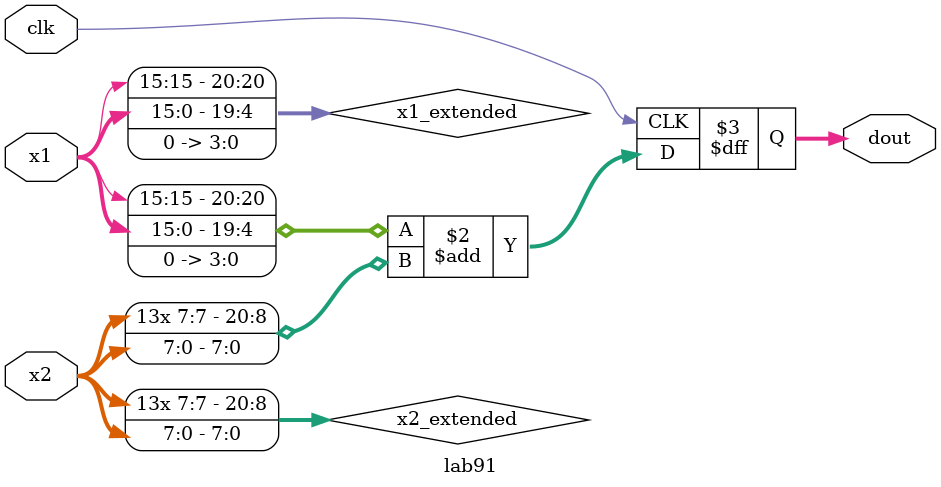
<source format=sv>
`timescale 1ns / 1ps

module lab91(
    input  logic          clk,
    input  logic [15 : 0] x1,
    input  logic [7  : 0] x2,
    output logic [20 : 0] dout
    );

    logic [20 : 0] x1_extended;
    assign x1_extended = {x1[15],x1,4'b0000};
    
    logic [20 : 0] x2_extended;
    assign x2_extended = {{13{x2[7]}},x2};
    
    always_ff @(posedge clk) dout <= x1_extended + x2_extended;
    
endmodule

</source>
